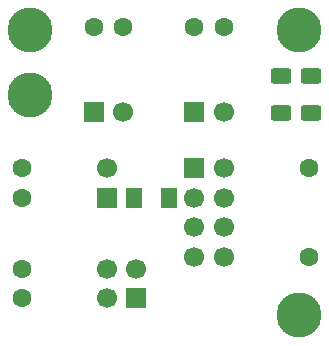
<source format=gbr>
%TF.GenerationSoftware,KiCad,Pcbnew,(7.0.0)*%
%TF.CreationDate,2023-03-06T19:44:32-05:00*%
%TF.ProjectId,Module Board,4d6f6475-6c65-4204-926f-6172642e6b69,rev?*%
%TF.SameCoordinates,Original*%
%TF.FileFunction,Soldermask,Top*%
%TF.FilePolarity,Negative*%
%FSLAX46Y46*%
G04 Gerber Fmt 4.6, Leading zero omitted, Abs format (unit mm)*
G04 Created by KiCad (PCBNEW (7.0.0)) date 2023-03-06 19:44:32*
%MOMM*%
%LPD*%
G01*
G04 APERTURE LIST*
G04 Aperture macros list*
%AMRoundRect*
0 Rectangle with rounded corners*
0 $1 Rounding radius*
0 $2 $3 $4 $5 $6 $7 $8 $9 X,Y pos of 4 corners*
0 Add a 4 corners polygon primitive as box body*
4,1,4,$2,$3,$4,$5,$6,$7,$8,$9,$2,$3,0*
0 Add four circle primitives for the rounded corners*
1,1,$1+$1,$2,$3*
1,1,$1+$1,$4,$5*
1,1,$1+$1,$6,$7*
1,1,$1+$1,$8,$9*
0 Add four rect primitives between the rounded corners*
20,1,$1+$1,$2,$3,$4,$5,0*
20,1,$1+$1,$4,$5,$6,$7,0*
20,1,$1+$1,$6,$7,$8,$9,0*
20,1,$1+$1,$8,$9,$2,$3,0*%
G04 Aperture macros list end*
%ADD10C,2.600000*%
%ADD11RoundRect,0.250000X-0.625000X0.400000X-0.625000X-0.400000X0.625000X-0.400000X0.625000X0.400000X0*%
%ADD12C,1.600000*%
%ADD13R,1.700000X1.700000*%
%ADD14C,1.700000*%
%ADD15C,3.800000*%
%ADD16RoundRect,0.250001X-0.462499X-0.624999X0.462499X-0.624999X0.462499X0.624999X-0.462499X0.624999X0*%
G04 APERTURE END LIST*
D10*
%TO.C,*%
X113411000Y-63246000D03*
%TD*%
D11*
%TO.C,R1*%
X134620000Y-61696000D03*
X134620000Y-64796000D03*
%TD*%
%TO.C,R2*%
X137160000Y-61670000D03*
X137160000Y-64770000D03*
%TD*%
D12*
%TO.C,J1*%
X129791495Y-57531000D03*
X127291500Y-57531000D03*
D13*
X127291499Y-64711000D03*
D14*
X129791500Y-64711001D03*
%TD*%
D10*
%TO.C,REF\u002A\u002A*%
X113411000Y-57785000D03*
D15*
X113411000Y-57785000D03*
%TD*%
D12*
%TO.C,J3*%
X112707999Y-77978005D03*
X112707999Y-80478000D03*
D13*
X122387999Y-80477999D03*
D14*
X122388000Y-77978000D03*
X119888000Y-80478000D03*
X119888000Y-77978000D03*
%TD*%
D10*
%TO.C,REF\u002A\u002A*%
X113411000Y-63246000D03*
D15*
X113411000Y-63246000D03*
%TD*%
D12*
%TO.C,J2*%
X121285000Y-57531000D03*
X118785005Y-57531000D03*
D13*
X118785004Y-64711000D03*
D14*
X121285005Y-64711001D03*
%TD*%
D12*
%TO.C,J5*%
X136974001Y-76962000D03*
X136974001Y-69462015D03*
D13*
X127293999Y-69462014D03*
D14*
X127294000Y-71962015D03*
X127294000Y-74462015D03*
X127294000Y-76962015D03*
X129794000Y-69462015D03*
X129794000Y-71962015D03*
X129794000Y-74462015D03*
X129794000Y-76962015D03*
%TD*%
D12*
%TO.C,J4*%
X112711998Y-69460005D03*
X112711998Y-71960000D03*
D13*
X119891998Y-71959999D03*
D14*
X119891999Y-69460000D03*
%TD*%
D16*
%TO.C,F1*%
X122174000Y-71970000D03*
X125149000Y-71970000D03*
%TD*%
D10*
%TO.C,REF\u002A\u002A*%
X136144000Y-57785000D03*
D15*
X136144000Y-57785000D03*
%TD*%
D10*
%TO.C,REF\u002A\u002A*%
X136144000Y-81915000D03*
D15*
X136144000Y-81915000D03*
%TD*%
M02*

</source>
